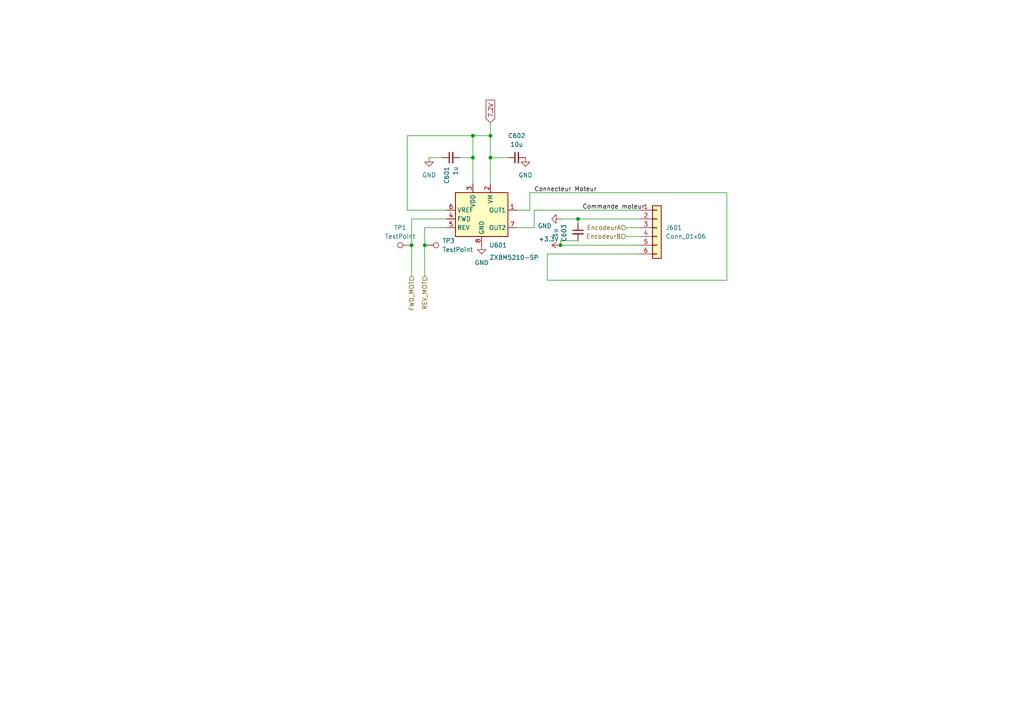
<source format=kicad_sch>
(kicad_sch (version 20231120) (generator "eeschema") (generator_version "8.0")
  (paper "A4")
  (lib_symbols
    (symbol "Connector:TestPoint" (pin_numbers hide) (pin_names (offset 0.762) hide)
      (property "Reference" "TP" (at 0 6.858 0))
      (property "Value" "TestPoint" (at 0 5.08 0))
      (symbol "TestPoint_0_1"
        (circle (center 0 3.302) (radius 0.762))
      )
      (symbol "TestPoint_1_1"
        (pin passive line (at 0 0 90) (length 2.54) (name "1") (number "1"))
      )
    )
    (symbol "Connector_Generic:Conn_01x06" (pin_names (offset 1.016) hide)
      (property "Reference" "J" (at 0 7.62 0))
      (property "Value" "Conn_01x06" (at 0 -10.16 0))
      (symbol "Conn_01x06_1_1"
        (rectangle (start -1.27 -7.493) (end 0 -7.747) (stroke (width 0.1524)))
        (rectangle (start -1.27 -4.953) (end 0 -5.207) (stroke (width 0.1524)))
        (rectangle (start -1.27 -2.413) (end 0 -2.667) (stroke (width 0.1524)))
        (rectangle (start -1.27 0.127) (end 0 -0.127) (stroke (width 0.1524)))
        (rectangle (start -1.27 2.667) (end 0 2.413) (stroke (width 0.1524)))
        (rectangle (start -1.27 5.207) (end 0 4.953) (stroke (width 0.1524)))
        (rectangle (start -1.27 6.35) (end 1.27 -8.89) (stroke (width 0.254)) (fill (type background)))
        (pin passive line (at -5.08 5.08 0) (length 3.81) (name "Pin_1") (number "1"))
        (pin passive line (at -5.08 2.54 0) (length 3.81) (name "Pin_2") (number "2"))
        (pin passive line (at -5.08 0 0) (length 3.81) (name "Pin_3") (number "3"))
        (pin passive line (at -5.08 -2.54 0) (length 3.81) (name "Pin_4") (number "4"))
        (pin passive line (at -5.08 -5.08 0) (length 3.81) (name "Pin_5") (number "5"))
        (pin passive line (at -5.08 -7.62 0) (length 3.81) (name "Pin_6") (number "6"))
      )
    )
    (symbol "Device:C_Small" (pin_numbers hide) (pin_names (offset 0.254) hide)
      (property "Reference" "C" (at 0.254 1.778 0))
      (property "Value" "C_Small" (at 0.254 -2.032 0))
      (symbol "C_Small_0_1"
        (polyline (pts (xy -1.524 -0.508) (xy 1.524 -0.508)) (stroke (width 0.3302)))
        (polyline (pts (xy -1.524 0.508) (xy 1.524 0.508)) (stroke (width 0.3048)))
      )
      (symbol "C_Small_1_1"
        (pin passive line (at 0 2.54 270) (length 2.032) (name "~") (number "1"))
        (pin passive line (at 0 -2.54 90) (length 2.032) (name "~") (number "2"))
      )
    )
    (symbol "Driver_Motor:ZXBM5210-SP"
      (property "Reference" "U" (at -7.62 8.89 0))
      (property "Value" "ZXBM5210-SP" (at 10.16 8.89 0))
      (symbol "ZXBM5210-SP_0_0"
        (pin output line (at 10.16 2.54 180) (length 2.54) (name "OUT1") (number "1"))
        (pin power_in line (at 2.54 10.16 270) (length 2.54) (name "VM") (number "2"))
        (pin power_in line (at -2.54 10.16 270) (length 2.54) (name "VDD") (number "3"))
        (pin input line (at -10.16 0 0) (length 2.54) (name "FWD") (number "4"))
        (pin input line (at -10.16 -2.54 0) (length 2.54) (name "REV") (number "5"))
        (pin input line (at -10.16 2.54 0) (length 2.54) (name "VREF") (number "6"))
        (pin output line (at 10.16 -2.54 180) (length 2.54) (name "OUT2") (number "7"))
        (pin power_in line (at 0 -7.62 90) (length 2.54) (name "GND") (number "8"))
        (pin passive line (at 0 -7.62 90) (length 2.54) hide (name "GND") (number "9"))
      )
      (symbol "ZXBM5210-SP_0_1"
        (rectangle (start -7.62 7.62) (end 7.62 -5.08) (stroke (width 0.254)) (fill (type background)))
      )
    )
    (symbol "power:+3.3V" (power) (pin_numbers hide) (pin_names (offset 0) hide)
      (property "Value" "+3.3V" (at 0 3.556 0))
      (symbol "+3.3V_0_1"
        (polyline (pts (xy -0.762 1.27) (xy 0 2.54)))
        (polyline (pts (xy 0 0) (xy 0 2.54)))
        (polyline (pts (xy 0 2.54) (xy 0.762 1.27)))
      )
      (symbol "+3.3V_1_1"
        (pin power_in line (at 0 0 90) (length 0) (name "~") (number "1"))
      )
    )
    (symbol "power:GND" (power) (pin_numbers hide) (pin_names (offset 0) hide)
      (property "Value" "GND" (at 0 -3.81 0))
      (symbol "GND_0_1"
        (polyline (pts (xy 0 0) (xy 0 -1.27) (xy 1.27 -1.27) (xy 0 -2.54) (xy -1.27 -1.27) (xy 0 -1.27)))
      )
      (symbol "GND_1_1"
        (pin power_in line (at 0 0 270) (length 0) (name "~") (number "1"))
      )
    )
  )
  (junction (at 119.38 71.12))
  (junction (at 162.56 71.12))
  (junction (at 123.19 71.12))
  (junction (at 142.24 39.37))
  (junction (at 167.64 63.5))
  (junction (at 137.16 39.37))
  (junction (at 137.16 45.72))
  (junction (at 142.24 45.72))
  (wire (pts (xy 142.24 45.72) (xy 147.32 45.72)))
  (wire (pts (xy 149.86 66.04) (xy 154.94 66.04)))
  (wire (pts (xy 162.56 71.12) (xy 185.42 71.12)))
  (wire (pts (xy 142.24 39.37) (xy 142.24 45.72)))
  (wire (pts (xy 158.75 73.66) (xy 185.42 73.66)))
  (wire (pts (xy 181.61 68.58) (xy 185.42 68.58)))
  (wire (pts (xy 154.94 60.96) (xy 185.42 60.96)))
  (wire (pts (xy 137.16 45.72) (xy 133.35 45.72)))
  (wire (pts (xy 210.82 55.88) (xy 210.82 81.28)))
  (wire (pts (xy 162.56 69.85) (xy 162.56 71.12)))
  (wire (pts (xy 137.16 39.37) (xy 142.24 39.37)))
  (wire (pts (xy 142.24 53.34) (xy 142.24 45.72)))
  (wire (pts (xy 162.56 63.5) (xy 167.64 63.5)))
  (wire (pts (xy 210.82 81.28) (xy 158.75 81.28)))
  (wire (pts (xy 153.67 55.88) (xy 210.82 55.88)))
  (wire (pts (xy 154.94 60.96) (xy 154.94 66.04)))
  (wire (pts (xy 153.67 55.88) (xy 153.67 60.96)))
  (wire (pts (xy 158.75 81.28) (xy 158.75 73.66)))
  (wire (pts (xy 123.19 66.04) (xy 129.54 66.04)))
  (wire (pts (xy 123.19 71.12) (xy 123.19 80.01)))
  (wire (pts (xy 181.61 66.04) (xy 185.42 66.04)))
  (wire (pts (xy 119.38 63.5) (xy 129.54 63.5)))
  (wire (pts (xy 149.86 60.96) (xy 153.67 60.96)))
  (wire (pts (xy 118.11 60.96) (xy 129.54 60.96)))
  (wire (pts (xy 137.16 39.37) (xy 137.16 45.72)))
  (wire (pts (xy 118.11 39.37) (xy 137.16 39.37)))
  (wire (pts (xy 142.24 35.56) (xy 142.24 39.37)))
  (wire (pts (xy 124.46 45.72) (xy 128.27 45.72)))
  (wire (pts (xy 118.11 39.37) (xy 118.11 60.96)))
  (wire (pts (xy 167.64 63.5) (xy 167.64 64.77)))
  (wire (pts (xy 137.16 53.34) (xy 137.16 45.72)))
  (wire (pts (xy 167.64 63.5) (xy 185.42 63.5)))
  (wire (pts (xy 123.19 66.04) (xy 123.19 71.12)))
  (wire (pts (xy 119.38 63.5) (xy 119.38 71.12)))
  (wire (pts (xy 167.64 69.85) (xy 162.56 69.85)))
  (wire (pts (xy 119.38 71.12) (xy 119.38 80.01)))
  (label "Connecteur Moteur" (at 154.94 55.88 0))
  (label "Commande moteur" (at 168.91 60.96 0))
  (global_label "7.2V" (shape input) (at 142.24 35.56 90) (property "Intersheetrefs" "${INTERSHEET_REFS}" (effects (hide yes))))
  (hierarchical_label "EncodeurA" (shape input) (at 181.61 66.04 180))
  (hierarchical_label "EncodeurB" (shape input) (at 181.61 68.58 180))
  (hierarchical_label "FWD_MOT" (shape input) (at 119.38 80.01 270))
  (hierarchical_label "REV_MOT" (shape input) (at 123.19 80.01 270))
  (symbol (lib_id "power:+3.3V") (at 162.56 71.12 90) (unit 1)
    (property "Reference" "#PWR0605" (effects (hide yes)))
    (property "Value" "+3.3V" (at 162.052 69.342 90) (effects (justify left)))
    (property "Description" "Power symbol creates a global label with name \"+3.3V\"" (effects (hide yes)))
    (instances (project "Projet_torero" (path "" (reference "#PWR0605") (unit 1)) (path "" (reference "#PWR0705") (unit 1))))
  )
  (symbol (lib_id "Device:C_Small") (at 167.64 67.31 0) (unit 1)
    (property "Reference" "C603" (at 163.576 67.564 90))
    (property "Value" "1u" (at 161.036 67.564 90))
    (property "Footprint" "Capacitor_SMD:C_0603_1608Metric" (effects (hide yes)))
    (property "Description" "Unpolarized capacitor, small symbol" (effects (hide yes)))
    (instances (project "Projet_torero" (path "" (reference "C603") (unit 1)) (path "" (reference "C703") (unit 1))))
  )
  (symbol (lib_id "Connector:TestPoint") (at 123.19 71.12 270) (unit 1)
    (property "Reference" "TP3" (at 128.27 69.8499 90) (effects (justify left)))
    (property "Value" "TestPoint" (at 128.27 72.3899 90) (effects (justify left)))
    (property "Footprint" "TestPoint:TestPoint_Pad_D1.5mm" (effects (hide yes)))
    (property "Description" "test point" (effects (hide yes)))
    (instances (project "Projet_torero" (path "" (reference "TP3") (unit 1)) (path "" (reference "TP4") (unit 1))))
  )
  (symbol (lib_id "power:GND") (at 124.46 45.72 0) (unit 1)
    (property "Reference" "#PWR0601" (effects (hide yes)))
    (property "Value" "GND" (at 124.46 50.8 0))
    (property "Description" "Power symbol creates a global label with name \"GND\" , ground" (effects (hide yes)))
    (instances (project "Projet_torero" (path "" (reference "#PWR0601") (unit 1)) (path "" (reference "#PWR0701") (unit 1))))
  )
  (symbol (lib_id "Connector_Generic:Conn_01x06") (at 190.5 66.04 0) (unit 1)
    (property "Reference" "J601" (at 193.04 66.0399 0) (effects (justify left)))
    (property "Value" "Conn_01x06" (at 193.04 68.5799 0) (effects (justify left)))
    (property "Footprint" "Connector_JST:JST_XH_S6B-XH-A_1x06_P2.50mm_Horizontal" (effects (hide yes)))
    (property "Description" "Generic connector, single row, 01x06, script generated (kicad-library-utils/schlib/autogen/connector/)" (effects (hide yes)))
    (instances (project "" (path "" (reference "J601") (unit 1)) (path "" (reference "J701") (unit 1))))
  )
  (symbol (lib_id "power:GND") (at 139.7 71.12 0) (unit 1)
    (property "Reference" "#PWR0602" (effects (hide yes)))
    (property "Value" "GND" (at 139.7 76.2 0))
    (property "Description" "Power symbol creates a global label with name \"GND\" , ground" (effects (hide yes)))
    (instances (project "Projet_torero" (path "" (reference "#PWR0602") (unit 1)) (path "" (reference "#PWR0702") (unit 1))))
  )
  (symbol (lib_id "Connector:TestPoint") (at 119.38 71.12 90) (unit 1)
    (property "Reference" "TP1" (at 116.078 66.04 90))
    (property "Value" "TestPoint" (at 116.078 68.58 90))
    (property "Footprint" "TestPoint:TestPoint_Pad_D1.5mm" (effects (hide yes)))
    (property "Description" "test point" (effects (hide yes)))
    (instances (project "" (path "" (reference "TP1") (unit 1)) (path "" (reference "TP2") (unit 1))))
  )
  (symbol (lib_id "Device:C_Small") (at 130.81 45.72 90) (mirror x) (unit 1)
    (property "Reference" "C601" (at 129.5462 48.26 0) (effects (justify left)))
    (property "Value" "1u" (at 132.0862 48.26 0) (effects (justify left)))
    (property "Footprint" "Capacitor_SMD:C_0603_1608Metric" (effects (hide yes)))
    (property "Description" "Unpolarized capacitor, small symbol" (effects (hide yes)))
    (instances (project "Projet_torero" (path "" (reference "C601") (unit 1)) (path "" (reference "C701") (unit 1))))
  )
  (symbol (lib_id "power:GND") (at 152.4 45.72 0) (unit 1)
    (property "Reference" "#PWR0603" (effects (hide yes)))
    (property "Value" "GND" (at 152.4 50.8 0))
    (property "Description" "Power symbol creates a global label with name \"GND\" , ground" (effects (hide yes)))
    (instances (project "Projet_torero" (path "" (reference "#PWR0603") (unit 1)) (path "" (reference "#PWR0703") (unit 1))))
  )
  (symbol (lib_id "Device:C_Small") (at 149.86 45.72 90) (unit 1)
    (property "Reference" "C602" (at 149.8663 39.37 90))
    (property "Value" "10u" (at 149.8663 41.91 90))
    (property "Footprint" "Capacitor_SMD:C_0603_1608Metric" (effects (hide yes)))
    (property "Description" "Unpolarized capacitor, small symbol" (effects (hide yes)))
    (instances (project "Projet_torero" (path "" (reference "C602") (unit 1)) (path "" (reference "C702") (unit 1))))
  )
  (symbol (lib_id "Driver_Motor:ZXBM5210-SP") (at 139.7 63.5 0) (unit 1)
    (property "Reference" "U601" (at 141.8941 71.12 0) (effects (justify left)))
    (property "Value" "ZXBM5210-SP" (at 141.986 74.676 0) (effects (justify left)))
    (property "Footprint" "Package_SO:Diodes_SO-8EP" (effects (hide yes)))
    (property "Datasheet" "https://www.diodes.com/assets/Datasheets/ZXBM5210.pdf" (effects (hide yes)))
    (property "Description" "Reversible DC motor drive with speed control, 3-18V, 0.85A, SOIC-8EP" (effects (hide yes)))
    (instances (project "Projet_torero" (path "" (reference "U601") (unit 1)) (path "" (reference "U701") (unit 1))))
  )
  (symbol (lib_id "power:GND") (at 162.56 63.5 270) (unit 1)
    (property "Reference" "#PWR0604" (effects (hide yes)))
    (property "Value" "GND" (at 160.02 65.532 90) (effects (justify right)))
    (property "Description" "Power symbol creates a global label with name \"GND\" , ground" (effects (hide yes)))
    (instances (project "Projet_torero" (path "" (reference "#PWR0604") (unit 1)) (path "" (reference "#PWR0704") (unit 1))))
  )
)
</source>
